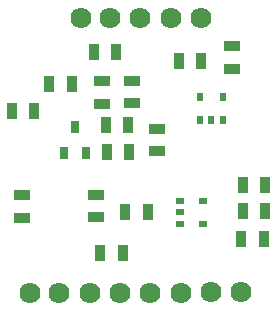
<source format=gts>
G04 (created by PCBNEW (2013-07-07 BZR 4022)-stable) date 11/19/2014 12:35:41 PM*
%MOIN*%
G04 Gerber Fmt 3.4, Leading zero omitted, Abs format*
%FSLAX34Y34*%
G01*
G70*
G90*
G04 APERTURE LIST*
%ADD10C,0.00590551*%
%ADD11R,0.055X0.035*%
%ADD12R,0.035X0.055*%
%ADD13R,0.0315X0.0394*%
%ADD14R,0.0197X0.0315*%
%ADD15C,0.0700787*%
%ADD16R,0.0315X0.0197*%
G04 APERTURE END LIST*
G54D10*
G54D11*
X70210Y-46980D03*
X70210Y-47730D03*
X70000Y-50755D03*
X70000Y-51505D03*
X67540Y-50775D03*
X67540Y-51525D03*
G54D12*
X70969Y-51318D03*
X71719Y-51318D03*
X70893Y-52696D03*
X70143Y-52696D03*
X71115Y-49320D03*
X70365Y-49320D03*
G54D11*
X72020Y-49310D03*
X72020Y-48560D03*
G54D12*
X70675Y-45985D03*
X69925Y-45985D03*
G54D11*
X71195Y-47700D03*
X71195Y-46950D03*
X74535Y-46550D03*
X74535Y-45800D03*
G54D12*
X73515Y-46310D03*
X72765Y-46310D03*
X71080Y-48445D03*
X70330Y-48445D03*
X74895Y-50445D03*
X75645Y-50445D03*
X75635Y-51315D03*
X74885Y-51315D03*
G54D13*
X69300Y-48487D03*
X69675Y-49353D03*
X68925Y-49353D03*
G54D14*
X73463Y-48277D03*
X74220Y-48275D03*
X73840Y-48275D03*
X74220Y-47515D03*
X73460Y-47515D03*
G54D12*
X67195Y-47950D03*
X67945Y-47950D03*
X75595Y-52225D03*
X74845Y-52225D03*
G54D15*
X67787Y-54035D03*
X68781Y-54025D03*
X69785Y-54025D03*
X70788Y-54025D03*
X71810Y-54032D03*
X72818Y-54025D03*
X73826Y-54005D03*
X74834Y-54010D03*
G54D12*
X68435Y-47050D03*
X69185Y-47050D03*
G54D15*
X69485Y-44860D03*
X70478Y-44850D03*
X71482Y-44850D03*
X72486Y-44850D03*
X73490Y-44850D03*
G54D16*
X72794Y-50967D03*
X72796Y-51724D03*
X72796Y-51344D03*
X73556Y-51724D03*
X73556Y-50964D03*
M02*

</source>
